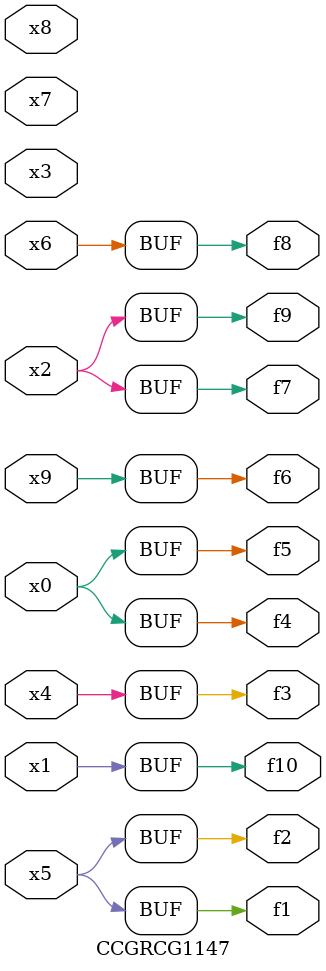
<source format=v>
module CCGRCG1147(
	input x0, x1, x2, x3, x4, x5, x6, x7, x8, x9,
	output f1, f2, f3, f4, f5, f6, f7, f8, f9, f10
);
	assign f1 = x5;
	assign f2 = x5;
	assign f3 = x4;
	assign f4 = x0;
	assign f5 = x0;
	assign f6 = x9;
	assign f7 = x2;
	assign f8 = x6;
	assign f9 = x2;
	assign f10 = x1;
endmodule

</source>
